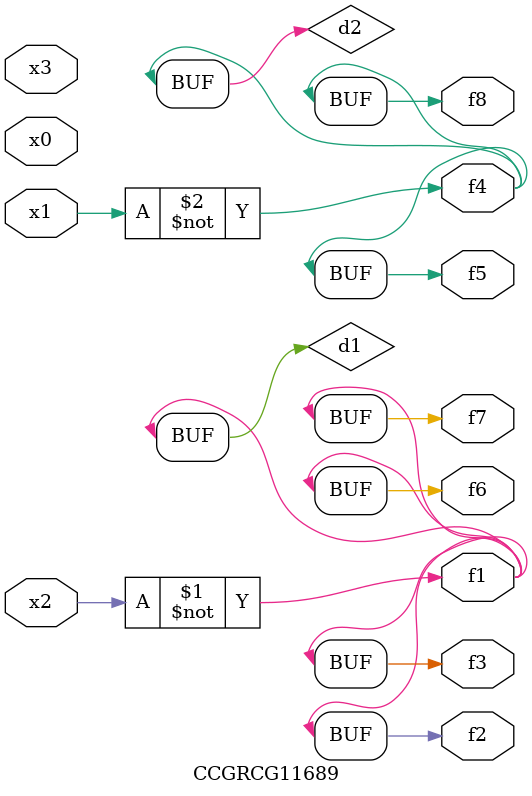
<source format=v>
module CCGRCG11689(
	input x0, x1, x2, x3,
	output f1, f2, f3, f4, f5, f6, f7, f8
);

	wire d1, d2;

	xnor (d1, x2);
	not (d2, x1);
	assign f1 = d1;
	assign f2 = d1;
	assign f3 = d1;
	assign f4 = d2;
	assign f5 = d2;
	assign f6 = d1;
	assign f7 = d1;
	assign f8 = d2;
endmodule

</source>
